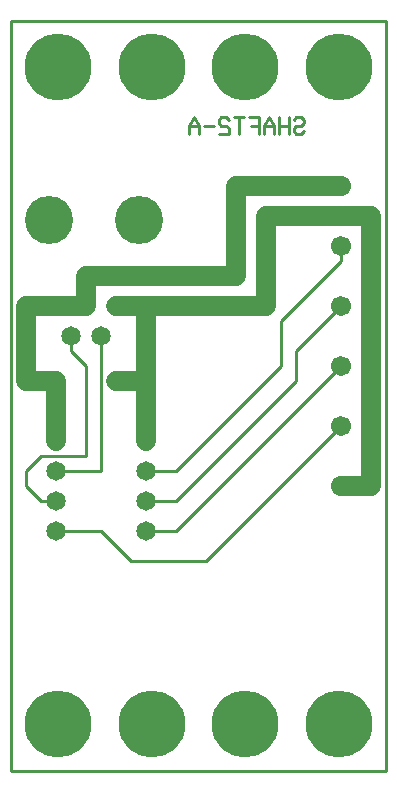
<source format=gbl>
%MOIN*%
%FSLAX25Y25*%
G04 D10 used for Character Trace; *
G04     Circle (OD=.01000) (No hole)*
G04 D11 used for Power Trace; *
G04     Circle (OD=.06700) (No hole)*
G04 D12 used for Signal Trace; *
G04     Circle (OD=.01100) (No hole)*
G04 D13 used for Via; *
G04     Circle (OD=.05800) (Round. Hole ID=.02800)*
G04 D14 used for Component hole; *
G04     Circle (OD=.06500) (Round. Hole ID=.03500)*
G04 D15 used for Component hole; *
G04     Circle (OD=.06700) (Round. Hole ID=.04300)*
G04 D16 used for Component hole; *
G04     Circle (OD=.08100) (Round. Hole ID=.05100)*
G04 D17 used for Component hole; *
G04     Circle (OD=.08900) (Round. Hole ID=.05900)*
G04 D18 used for Component hole; *
G04     Circle (OD=.11300) (Round. Hole ID=.08300)*
G04 D19 used for Component hole; *
G04     Circle (OD=.16000) (Round. Hole ID=.13000)*
G04 D20 used for Component hole; *
G04     Circle (OD=.18300) (Round. Hole ID=.15300)*
G04 D21 used for Component hole; *
G04     Circle (OD=.22291) (Round. Hole ID=.19291)*
%ADD10C,.01000*%
%ADD11C,.06700*%
%ADD12C,.01100*%
%ADD13C,.05800*%
%ADD14C,.06500*%
%ADD15C,.06700*%
%ADD16C,.08100*%
%ADD17C,.08900*%
%ADD18C,.11300*%
%ADD19C,.16000*%
%ADD20C,.18300*%
%ADD21C,.22291*%
%IPPOS*%
%LPD*%
G90*X0Y0D02*D21*X15625Y15625D03*X46875D03*D12*    
X40000Y70000D02*X65000D01*X40000D02*              
X30000Y80000D01*X15000D01*D14*D03*Y90000D03*D12*  
X10000D01*X5000Y95000D01*Y100000D01*              
X10000Y105000D01*X25000D01*Y135000D01*            
X20000Y140000D01*Y145000D01*D14*D03*              
X25000Y155000D03*D11*X5000D01*Y130000D01*         
X15000D01*D14*D03*D11*Y110000D01*D14*D03*         
Y100000D03*D12*X30000D01*Y145000D01*D14*D03*      
X35000Y155000D03*D11*X45000D01*Y130000D01*        
Y110000D01*D14*D03*D12*Y100000D02*X55000D01*D14*  
X45000D03*D12*Y90000D02*X55000D01*D14*X45000D03*  
D12*Y80000D02*X55000D01*D14*X45000D03*D12*        
X55000Y90000D02*X95000Y130000D01*Y140000D01*      
X110000Y155000D01*D15*D03*D12*X90000Y150000D02*   
X110000Y170000D01*X90000Y135000D02*Y150000D01*    
X55000Y100000D02*X90000Y135000D01*X55000Y80000D02*
X110000Y135000D01*D15*D03*Y115000D03*D12*         
X65000Y70000D01*D15*X110000Y95000D03*D11*         
X120000D01*Y185000D01*X85000D01*Y155000D01*       
X75000D01*D15*D03*D11*X45000D01*X25000D02*        
Y165000D01*X75000D01*Y175000D01*D15*D03*D11*      
Y195000D01*X110000D01*D15*D03*Y175000D03*D12*     
Y170000D01*D10*X94163Y216914D02*X95000Y217871D01* 
X96674D01*X97511Y216914D01*Y215957D01*            
X96674Y215000D01*X95000D01*X94163Y214043D01*      
Y213086D01*X95000Y212129D01*X96674D01*            
X97511Y213086D01*X92511Y212129D02*Y217871D01*     
X89163Y212129D02*Y217871D01*X92511Y215000D02*     
X89163D01*X87511Y212129D02*Y215000D01*            
X85837Y217871D01*X84163Y215000D01*Y212129D01*     
X87511Y215000D02*X84163D01*X82511Y212129D02*      
Y217871D01*X79163D01*X82511Y215000D02*X80000D01*  
X75837Y212129D02*Y217871D01*X77511D02*X74163D01*  
X72511Y216914D02*X71674Y217871D01*X70000D01*      
X69163Y216914D01*Y215957D01*X70000Y215000D01*     
X71674D01*X72511Y214043D01*Y212129D01*X69163D01*  
X67511Y215000D02*X64163D01*X62511Y212129D02*      
Y215000D01*X60837Y217871D01*X59163Y215000D01*     
Y212129D01*X62511Y215000D02*X59163D01*D21*        
X46875Y234375D03*X109375D03*X78125D03*D11*        
X35000Y130000D02*X45000D01*D14*X35000D03*D19*     
X42500Y183500D03*X12500D03*D21*X15625Y234375D03*  
X78125Y15625D03*X109375D03*D12*X125000Y0D02*      
Y250000D01*X0Y0D02*X125000D01*X0D02*Y250000D01*   
X125000D01*M02*                                   

</source>
